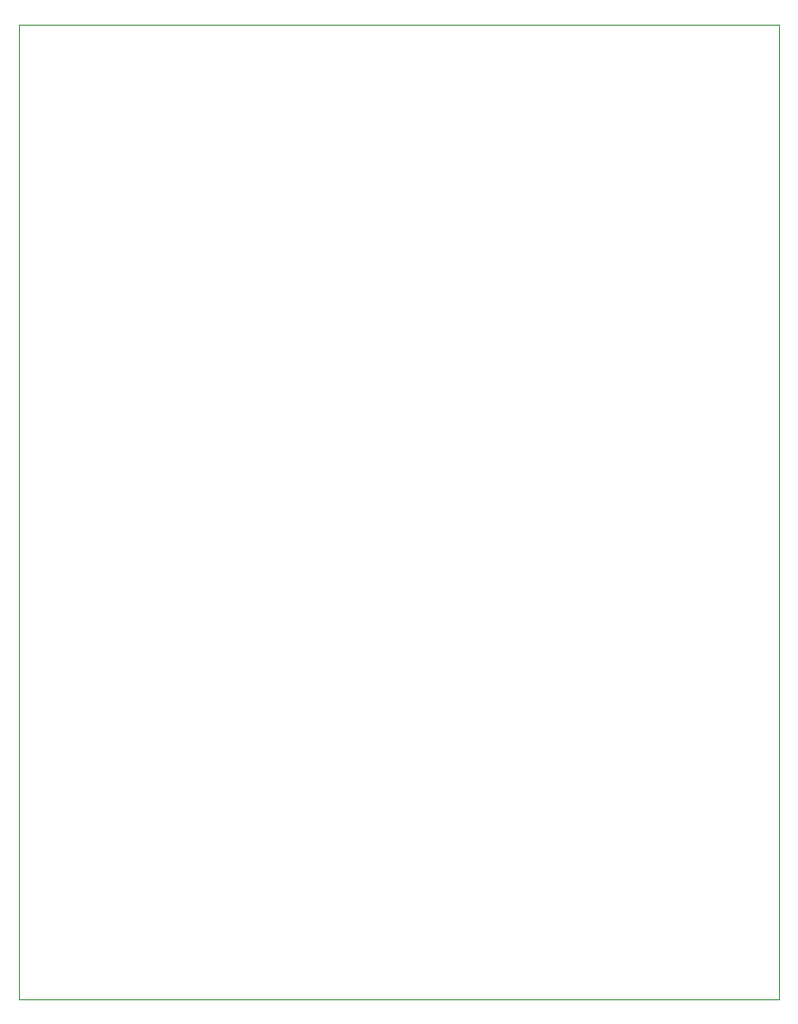
<source format=gbr>
%TF.GenerationSoftware,KiCad,Pcbnew,(5.1.9)-1*%
%TF.CreationDate,2021-06-18T12:17:45+07:00*%
%TF.ProjectId,TAS6424,54415336-3432-4342-9e6b-696361645f70,2*%
%TF.SameCoordinates,Original*%
%TF.FileFunction,Profile,NP*%
%FSLAX46Y46*%
G04 Gerber Fmt 4.6, Leading zero omitted, Abs format (unit mm)*
G04 Created by KiCad (PCBNEW (5.1.9)-1) date 2021-06-18 12:17:45*
%MOMM*%
%LPD*%
G01*
G04 APERTURE LIST*
%TA.AperFunction,Profile*%
%ADD10C,0.050000*%
%TD*%
G04 APERTURE END LIST*
D10*
X63416000Y-53050000D02*
X63416000Y-139950000D01*
X63416000Y-139950000D02*
X131216000Y-139950000D01*
X131216000Y-139950000D02*
X131216000Y-53050000D01*
X131216000Y-53050000D02*
X63416000Y-53050000D01*
M02*

</source>
